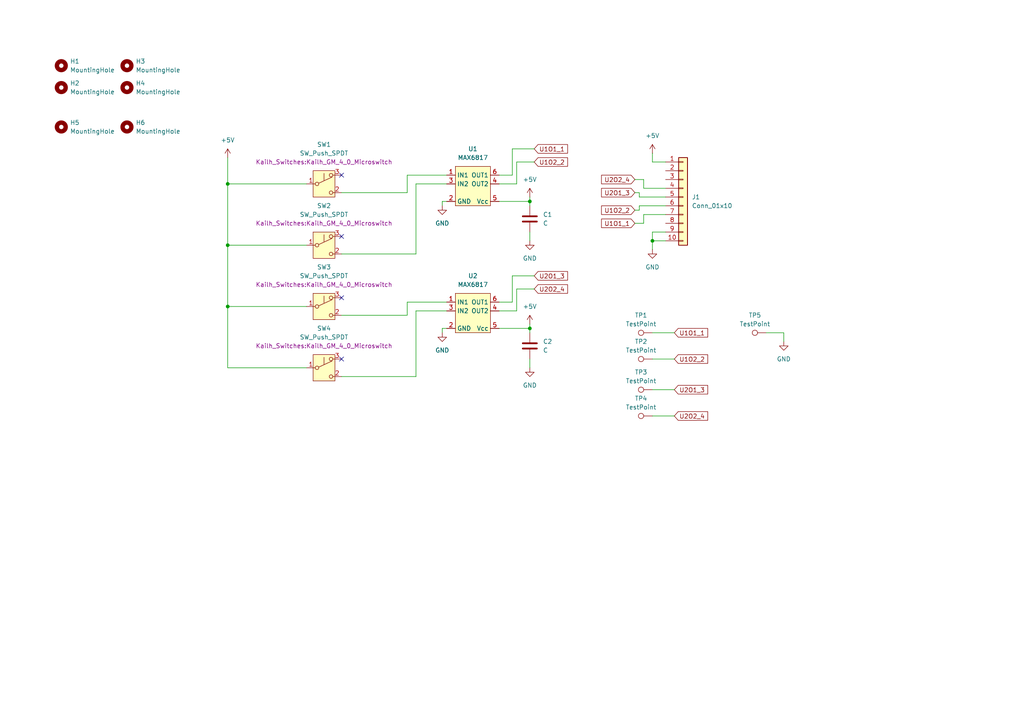
<source format=kicad_sch>
(kicad_sch (version 20231120) (generator "eeschema") (generator_version "8.0")
  (paper "A4")
  (lib_symbols
    (symbol "Connector:TestPoint" (pin_numbers hide) (pin_names (offset 0.762) hide)
      (property "Reference" "TP" (at 0 6.858 0))
      (property "Value" "TestPoint" (at 0 5.08 0))
      (symbol "TestPoint_0_1"
        (circle (center 0 3.302) (radius 0.762))
      )
      (symbol "TestPoint_1_1"
        (pin passive line (at 0 0 90) (length 2.54) (name "1") (number "1"))
      )
    )
    (symbol "Connector_Generic:Conn_01x10" (pin_names (offset 1.016) hide)
      (property "Reference" "J" (at 0 12.7 0))
      (property "Value" "Conn_01x10" (at 0 -15.24 0))
      (symbol "Conn_01x10_1_1"
        (rectangle (start -1.27 -12.573) (end 0 -12.827) (stroke (width 0.1524)))
        (rectangle (start -1.27 -10.033) (end 0 -10.287) (stroke (width 0.1524)))
        (rectangle (start -1.27 -7.493) (end 0 -7.747) (stroke (width 0.1524)))
        (rectangle (start -1.27 -4.953) (end 0 -5.207) (stroke (width 0.1524)))
        (rectangle (start -1.27 -2.413) (end 0 -2.667) (stroke (width 0.1524)))
        (rectangle (start -1.27 0.127) (end 0 -0.127) (stroke (width 0.1524)))
        (rectangle (start -1.27 2.667) (end 0 2.413) (stroke (width 0.1524)))
        (rectangle (start -1.27 5.207) (end 0 4.953) (stroke (width 0.1524)))
        (rectangle (start -1.27 7.747) (end 0 7.493) (stroke (width 0.1524)))
        (rectangle (start -1.27 10.287) (end 0 10.033) (stroke (width 0.1524)))
        (rectangle (start -1.27 11.43) (end 1.27 -13.97) (stroke (width 0.254)) (fill (type background)))
        (pin passive line (at -5.08 10.16 0) (length 3.81) (name "Pin_1") (number "1"))
        (pin passive line (at -5.08 -12.7 0) (length 3.81) (name "Pin_10") (number "10"))
        (pin passive line (at -5.08 7.62 0) (length 3.81) (name "Pin_2") (number "2"))
        (pin passive line (at -5.08 5.08 0) (length 3.81) (name "Pin_3") (number "3"))
        (pin passive line (at -5.08 2.54 0) (length 3.81) (name "Pin_4") (number "4"))
        (pin passive line (at -5.08 0 0) (length 3.81) (name "Pin_5") (number "5"))
        (pin passive line (at -5.08 -2.54 0) (length 3.81) (name "Pin_6") (number "6"))
        (pin passive line (at -5.08 -5.08 0) (length 3.81) (name "Pin_7") (number "7"))
        (pin passive line (at -5.08 -7.62 0) (length 3.81) (name "Pin_8") (number "8"))
        (pin passive line (at -5.08 -10.16 0) (length 3.81) (name "Pin_9") (number "9"))
      )
    )
    (symbol "Device:C" (pin_numbers hide) (pin_names (offset 0.254))
      (property "Reference" "C" (at 0.635 2.54 0))
      (property "Value" "C" (at 0.635 -2.54 0))
      (symbol "C_0_1"
        (polyline (pts (xy -2.032 -0.762) (xy 2.032 -0.762)) (stroke (width 0.508)))
        (polyline (pts (xy -2.032 0.762) (xy 2.032 0.762)) (stroke (width 0.508)))
      )
      (symbol "C_1_1"
        (pin passive line (at 0 3.81 270) (length 2.794) (name "~") (number "1"))
        (pin passive line (at 0 -3.81 90) (length 2.794) (name "~") (number "2"))
      )
    )
    (symbol "Kailh_GM_4_0_Micro_SW_2" (pin_names (offset 0) hide)
      (property "Reference" "SW" (at 0 5.08 0))
      (property "Value" "SW_Push_SPDT" (at 0 -5.08 0))
      (property "Footprint" "Kailh_Switches:Kailh_GM_4_0_Microswitch" (at 0 0 0))
      (symbol "Kailh_GM_4_0_Micro_SW_2_0_0"
        (circle (center -2.032 0) (radius 0.508))
        (polyline (pts (xy 0 1.016) (xy 0 3.048)))
        (circle (center 2.032 -2.54) (radius 0.508))
      )
      (symbol "Kailh_GM_4_0_Micro_SW_2_0_1"
        (polyline (pts (xy -1.524 0.2032) (xy 2.3368 1.9812)))
        (circle (center 2.032 2.54) (radius 0.508))
      )
      (symbol "Kailh_GM_4_0_Micro_SW_2_1_1"
        (rectangle (start -3.175 3.81) (end 3.175 -3.81) (fill (type background)))
        (pin passive line (at -5.08 0 0) (length 2.54) (name "A") (number "1"))
        (pin passive line (at 5.08 -2.54 180) (length 2.54) (name "B") (number "2"))
        (pin passive line (at 5.08 2.54 180) (length 2.54) (name "C") (number "3"))
      )
    )
    (symbol "Mechanical:MountingHole" (pin_names (offset 1.016)) (exclude_from_sim yes) (in_bom no)
      (property "Reference" "H" (at 0 5.08 0))
      (property "Value" "MountingHole" (at 0 3.175 0))
      (symbol "MountingHole_0_1"
        (circle (center 0 0) (radius 1.27) (stroke (width 1.27)))
      )
    )
    (symbol "My_Library:MAX6817"
      (property "Reference" "U" (at 0 7.366 0))
      (property "Value" "MAX6817" (at 0 -6.35 0))
      (symbol "MAX6817_1_1"
        (rectangle (start -5.08 6.35) (end 5.08 -5.08) (fill (type background)))
        (pin input line (at -7.62 3.81 0) (length 2.54) (name "IN1") (number "1"))
        (pin power_in line (at -7.62 -3.81 0) (length 2.54) (name "GND") (number "2"))
        (pin input line (at -7.62 1.27 0) (length 2.54) (name "IN2") (number "3"))
        (pin output line (at 7.62 1.27 180) (length 2.54) (name "OUT2") (number "4"))
        (pin power_in line (at 7.62 -3.81 180) (length 2.54) (name "Vcc") (number "5"))
        (pin output line (at 7.62 3.81 180) (length 2.54) (name "OUT1") (number "6"))
      )
    )
    (symbol "power:+5V" (power) (pin_numbers hide) (pin_names (offset 0) hide)
      (property "Value" "+5V" (at 0 3.556 0))
      (symbol "+5V_0_1"
        (polyline (pts (xy -0.762 1.27) (xy 0 2.54)))
        (polyline (pts (xy 0 0) (xy 0 2.54)))
        (polyline (pts (xy 0 2.54) (xy 0.762 1.27)))
      )
      (symbol "+5V_1_1"
        (pin power_in line (at 0 0 90) (length 0) (name "~") (number "1"))
      )
    )
    (symbol "power:GND" (power) (pin_numbers hide) (pin_names (offset 0) hide)
      (property "Value" "GND" (at 0 -3.81 0))
      (symbol "GND_0_1"
        (polyline (pts (xy 0 0) (xy 0 -1.27) (xy 1.27 -1.27) (xy 0 -2.54) (xy -1.27 -1.27) (xy 0 -1.27)))
      )
      (symbol "GND_1_1"
        (pin power_in line (at 0 0 270) (length 0) (name "~") (number "1"))
      )
    )
  )
  (junction (at 66.04 53.34))
  (junction (at 153.67 58.42))
  (junction (at 189.23 69.85))
  (junction (at 153.67 95.25))
  (junction (at 66.04 88.9))
  (junction (at 66.04 71.12))
  (no_connect (at 99.06 68.58))
  (no_connect (at 99.06 50.8))
  (no_connect (at 99.06 104.14))
  (no_connect (at 99.06 86.36))
  (wire (pts (xy 193.04 46.99) (xy 189.23 46.99)))
  (wire (pts (xy 88.9 53.34) (xy 66.04 53.34)))
  (wire (pts (xy 149.86 83.82) (xy 154.94 83.82)))
  (wire (pts (xy 186.69 54.61) (xy 193.04 54.61)))
  (wire (pts (xy 193.04 67.31) (xy 189.23 67.31)))
  (wire (pts (xy 149.86 90.17) (xy 149.86 83.82)))
  (wire (pts (xy 66.04 53.34) (xy 66.04 71.12)))
  (wire (pts (xy 149.86 53.34) (xy 149.86 46.99)))
  (wire (pts (xy 185.42 59.69) (xy 185.42 60.96)))
  (wire (pts (xy 120.65 53.34) (xy 129.54 53.34)))
  (wire (pts (xy 128.27 95.25) (xy 129.54 95.25)))
  (wire (pts (xy 185.42 57.15) (xy 185.42 55.88)))
  (wire (pts (xy 99.06 91.44) (xy 118.11 91.44)))
  (wire (pts (xy 120.65 73.66) (xy 120.65 53.34)))
  (wire (pts (xy 186.69 54.61) (xy 186.69 52.07)))
  (wire (pts (xy 153.67 93.98) (xy 153.67 95.25)))
  (wire (pts (xy 153.67 95.25) (xy 153.67 96.52)))
  (wire (pts (xy 153.67 67.31) (xy 153.67 69.85)))
  (wire (pts (xy 189.23 96.52) (xy 195.58 96.52)))
  (wire (pts (xy 128.27 59.69) (xy 128.27 58.42)))
  (wire (pts (xy 153.67 104.14) (xy 153.67 106.68)))
  (wire (pts (xy 99.06 73.66) (xy 120.65 73.66)))
  (wire (pts (xy 149.86 46.99) (xy 154.94 46.99)))
  (wire (pts (xy 186.69 62.23) (xy 193.04 62.23)))
  (wire (pts (xy 186.69 62.23) (xy 186.69 64.77)))
  (wire (pts (xy 189.23 67.31) (xy 189.23 69.85)))
  (wire (pts (xy 66.04 106.68) (xy 66.04 88.9)))
  (wire (pts (xy 120.65 109.22) (xy 120.65 90.17)))
  (wire (pts (xy 184.15 52.07) (xy 186.69 52.07)))
  (wire (pts (xy 99.06 109.22) (xy 120.65 109.22)))
  (wire (pts (xy 118.11 50.8) (xy 129.54 50.8)))
  (wire (pts (xy 189.23 113.03) (xy 195.58 113.03)))
  (wire (pts (xy 99.06 55.88) (xy 118.11 55.88)))
  (wire (pts (xy 184.15 55.88) (xy 185.42 55.88)))
  (wire (pts (xy 118.11 91.44) (xy 118.11 87.63)))
  (wire (pts (xy 118.11 87.63) (xy 129.54 87.63)))
  (wire (pts (xy 189.23 69.85) (xy 193.04 69.85)))
  (wire (pts (xy 128.27 58.42) (xy 129.54 58.42)))
  (wire (pts (xy 128.27 96.52) (xy 128.27 95.25)))
  (wire (pts (xy 185.42 59.69) (xy 193.04 59.69)))
  (wire (pts (xy 144.78 90.17) (xy 149.86 90.17)))
  (wire (pts (xy 144.78 53.34) (xy 149.86 53.34)))
  (wire (pts (xy 184.15 60.96) (xy 185.42 60.96)))
  (wire (pts (xy 189.23 46.99) (xy 189.23 44.45)))
  (wire (pts (xy 66.04 88.9) (xy 66.04 71.12)))
  (wire (pts (xy 148.59 87.63) (xy 148.59 80.01)))
  (wire (pts (xy 222.25 96.52) (xy 227.33 96.52)))
  (wire (pts (xy 189.23 120.65) (xy 195.58 120.65)))
  (wire (pts (xy 148.59 80.01) (xy 154.94 80.01)))
  (wire (pts (xy 148.59 50.8) (xy 148.59 43.18)))
  (wire (pts (xy 144.78 50.8) (xy 148.59 50.8)))
  (wire (pts (xy 186.69 64.77) (xy 184.15 64.77)))
  (wire (pts (xy 144.78 95.25) (xy 153.67 95.25)))
  (wire (pts (xy 227.33 96.52) (xy 227.33 99.06)))
  (wire (pts (xy 189.23 104.14) (xy 195.58 104.14)))
  (wire (pts (xy 120.65 90.17) (xy 129.54 90.17)))
  (wire (pts (xy 189.23 69.85) (xy 189.23 72.39)))
  (wire (pts (xy 144.78 87.63) (xy 148.59 87.63)))
  (wire (pts (xy 88.9 71.12) (xy 66.04 71.12)))
  (wire (pts (xy 185.42 57.15) (xy 193.04 57.15)))
  (wire (pts (xy 118.11 55.88) (xy 118.11 50.8)))
  (wire (pts (xy 153.67 58.42) (xy 153.67 59.69)))
  (wire (pts (xy 144.78 58.42) (xy 153.67 58.42)))
  (wire (pts (xy 148.59 43.18) (xy 154.94 43.18)))
  (wire (pts (xy 88.9 106.68) (xy 66.04 106.68)))
  (wire (pts (xy 66.04 45.72) (xy 66.04 53.34)))
  (wire (pts (xy 88.9 88.9) (xy 66.04 88.9)))
  (wire (pts (xy 153.67 57.15) (xy 153.67 58.42)))
  (global_label "U2O2_4" (shape input) (at 154.94 83.82 0) (property "Intersheetrefs" "${INTERSHEET_REFS}" (effects (hide yes))))
  (global_label "U2O1_3" (shape input) (at 154.94 80.01 0) (property "Intersheetrefs" "${INTERSHEET_REFS}" (effects (hide yes))))
  (global_label "U2O2_4" (shape input) (at 195.58 120.65 0) (property "Intersheetrefs" "${INTERSHEET_REFS}" (effects (hide yes))))
  (global_label "U2O1_3" (shape input) (at 195.58 113.03 0) (property "Intersheetrefs" "${INTERSHEET_REFS}" (effects (hide yes))))
  (global_label "U1O1_1" (shape input) (at 154.94 43.18 0) (property "Intersheetrefs" "${INTERSHEET_REFS}" (effects (hide yes))))
  (global_label "U1O2_2" (shape input) (at 154.94 46.99 0) (property "Intersheetrefs" "${INTERSHEET_REFS}" (effects (hide yes))))
  (global_label "U2O2_4" (shape input) (at 184.15 52.07 180) (property "Intersheetrefs" "${INTERSHEET_REFS}" (effects (hide yes))))
  (global_label "U1O1_1" (shape input) (at 184.15 64.77 180) (property "Intersheetrefs" "${INTERSHEET_REFS}" (effects (hide yes))))
  (global_label "U1O1_1" (shape input) (at 195.58 96.52 0) (property "Intersheetrefs" "${INTERSHEET_REFS}" (effects (hide yes))))
  (global_label "U2O1_3" (shape input) (at 184.15 55.88 180) (property "Intersheetrefs" "${INTERSHEET_REFS}" (effects (hide yes))))
  (global_label "U1O2_2" (shape input) (at 195.58 104.14 0) (property "Intersheetrefs" "${INTERSHEET_REFS}" (effects (hide yes))))
  (global_label "U1O2_2" (shape input) (at 184.15 60.96 180) (property "Intersheetrefs" "${INTERSHEET_REFS}" (effects (hide yes))))
  (symbol (lib_id "Device:C") (at 153.67 63.5 0) (unit 1)
    (property "Reference" "C1" (at 157.48 62.2299 0) (effects (justify left)))
    (property "Value" "C" (at 157.48 64.7699 0) (effects (justify left)))
    (property "Footprint" "Capacitor_SMD:C_0805_2012Metric_Pad1.18x1.45mm_HandSolder" (effects (hide yes)))
    (property "Description" "Unpolarized capacitor" (effects (hide yes)))
  )
  (symbol (lib_name "Kailh_GM_4_0_Micro_SW_2") (lib_id "Kailh_switches:Kailh_GM_4_0_Micro_SW") (at 93.98 71.12 0) (unit 1)
    (property "Reference" "SW2" (at 93.98 59.69 0))
    (property "Value" "SW_Push_SPDT" (at 93.98 62.23 0))
    (property "Footprint" "Kailh_Switches:Kailh_GM_4_0_Microswitch" (at 93.98 64.77 0))
    (property "Description" "Momentary Switch, single pole double throw" (effects (hide yes)))
  )
  (symbol (lib_id "Mechanical:MountingHole") (at 36.83 25.4 0) (unit 1) (exclude_from_sim yes) (in_bom no)
    (property "Reference" "H4" (at 39.37 24.1299 0) (effects (justify left)))
    (property "Value" "MountingHole" (at 39.37 26.6699 0) (effects (justify left)))
    (property "Footprint" "MountingHole:MountingHole_3.2mm_M3_ISO7380" (effects (hide yes)))
    (property "Description" "Mounting Hole without connection" (effects (hide yes)))
  )
  (symbol (lib_id "power:GND") (at 128.27 96.52 0) (unit 1)
    (property "Reference" "#PWR07" (effects (hide yes)))
    (property "Value" "GND" (at 128.27 101.6 0))
    (property "Description" "Power symbol creates a global label with name \"GND\" , ground" (effects (hide yes)))
  )
  (symbol (lib_id "Mechanical:MountingHole") (at 36.83 36.83 0) (unit 1) (exclude_from_sim yes) (in_bom no)
    (property "Reference" "H6" (at 39.37 35.5599 0) (effects (justify left)))
    (property "Value" "MountingHole" (at 39.37 38.0999 0) (effects (justify left)))
    (property "Footprint" "My_Library:MountingHole_1.6mm" (effects (hide yes)))
    (property "Description" "Mounting Hole without connection" (effects (hide yes)))
  )
  (symbol (lib_id "Connector_Generic:Conn_01x10") (at 198.12 57.15 0) (unit 1)
    (property "Reference" "J1" (at 200.66 57.1499 0) (effects (justify left)))
    (property "Value" "Conn_01x10" (at 200.66 59.6899 0) (effects (justify left)))
    (property "Footprint" "Connector_FFC-FPC:TE_1-84952-0_1x10-1MP_P1.0mm_Horizontal" (effects (hide yes)))
    (property "Description" "Generic connector, single row, 01x10, script generated (kicad-library-utils/schlib/autogen/connector/)" (effects (hide yes)))
  )
  (symbol (lib_name "Kailh_GM_4_0_Micro_SW_2") (lib_id "Kailh_switches:Kailh_GM_4_0_Micro_SW") (at 93.98 88.9 0) (unit 1)
    (property "Reference" "SW3" (at 93.98 77.47 0))
    (property "Value" "SW_Push_SPDT" (at 93.98 80.01 0))
    (property "Footprint" "Kailh_Switches:Kailh_GM_4_0_Microswitch" (at 93.98 82.55 0))
    (property "Description" "Momentary Switch, single pole double throw" (effects (hide yes)))
  )
  (symbol (lib_id "power:GND") (at 153.67 69.85 0) (unit 1)
    (property "Reference" "#PWR09" (effects (hide yes)))
    (property "Value" "GND" (at 153.67 74.93 0))
    (property "Description" "Power symbol creates a global label with name \"GND\" , ground" (effects (hide yes)))
  )
  (symbol (lib_id "power:+5V") (at 153.67 93.98 0) (unit 1)
    (property "Reference" "#PWR01" (effects (hide yes)))
    (property "Value" "+5V" (at 153.67 88.9 0))
    (property "Description" "Power symbol creates a global label with name \"+5V\"" (effects (hide yes)))
  )
  (symbol (lib_id "My_Library:MAX6817") (at 137.16 91.44 0) (unit 1)
    (property "Reference" "U2" (at 137.16 80.01 0))
    (property "Value" "MAX6817" (at 137.16 82.55 0))
    (property "Footprint" "Package_TO_SOT_SMD:SOT-23-6" (effects (hide yes)))
    (property "Datasheet" "https://www.analog.com/media/en/technical-documentation/data-sheets/max6816-max6818.pdf" (effects (hide yes)))
    (property "Description" "Analog Devices Dual Channel Switch Debouncer" (effects (hide yes)))
  )
  (symbol (lib_id "Connector:TestPoint") (at 189.23 104.14 90) (unit 1)
    (property "Reference" "TP2" (at 185.928 99.06 90))
    (property "Value" "TestPoint" (at 185.928 101.6 90))
    (property "Footprint" "TestPoint:TestPoint_Pad_2.0x2.0mm" (effects (hide yes)))
    (property "Description" "test point" (effects (hide yes)))
  )
  (symbol (lib_id "My_Library:MAX6817") (at 137.16 54.61 0) (unit 1)
    (property "Reference" "U1" (at 137.16 43.18 0))
    (property "Value" "MAX6817" (at 137.16 45.72 0))
    (property "Footprint" "Package_TO_SOT_SMD:SOT-23-6" (effects (hide yes)))
    (property "Datasheet" "https://www.analog.com/media/en/technical-documentation/data-sheets/max6816-max6818.pdf" (effects (hide yes)))
    (property "Description" "Analog Devices Dual Channel Switch Debouncer" (effects (hide yes)))
  )
  (symbol (lib_id "power:+5V") (at 66.04 45.72 0) (unit 1)
    (property "Reference" "#PWR03" (effects (hide yes)))
    (property "Value" "+5V" (at 66.04 40.64 0))
    (property "Description" "Power symbol creates a global label with name \"+5V\"" (effects (hide yes)))
  )
  (symbol (lib_id "power:+5V") (at 189.23 44.45 0) (unit 1)
    (property "Reference" "#PWR04" (effects (hide yes)))
    (property "Value" "+5V" (at 189.23 39.37 0))
    (property "Description" "Power symbol creates a global label with name \"+5V\"" (effects (hide yes)))
  )
  (symbol (lib_id "Connector:TestPoint") (at 189.23 96.52 90) (unit 1)
    (property "Reference" "TP1" (at 185.928 91.44 90))
    (property "Value" "TestPoint" (at 185.928 93.98 90))
    (property "Footprint" "TestPoint:TestPoint_Pad_2.0x2.0mm" (effects (hide yes)))
    (property "Description" "test point" (effects (hide yes)))
  )
  (symbol (lib_id "Mechanical:MountingHole") (at 17.78 36.83 0) (unit 1) (exclude_from_sim yes) (in_bom no)
    (property "Reference" "H5" (at 20.32 35.5599 0) (effects (justify left)))
    (property "Value" "MountingHole" (at 20.32 38.0999 0) (effects (justify left)))
    (property "Footprint" "My_Library:MountingHole_1.6mm" (effects (hide yes)))
    (property "Description" "Mounting Hole without connection" (effects (hide yes)))
  )
  (symbol (lib_name "Kailh_GM_4_0_Micro_SW_2") (lib_id "Kailh_switches:Kailh_GM_4_0_Micro_SW") (at 93.98 106.68 0) (unit 1)
    (property "Reference" "SW4" (at 93.98 95.25 0))
    (property "Value" "SW_Push_SPDT" (at 93.98 97.79 0))
    (property "Footprint" "Kailh_Switches:Kailh_GM_4_0_Microswitch" (at 93.98 100.33 0))
    (property "Description" "Momentary Switch, single pole double throw" (effects (hide yes)))
  )
  (symbol (lib_id "Device:C") (at 153.67 100.33 0) (unit 1)
    (property "Reference" "C2" (at 157.48 99.0599 0) (effects (justify left)))
    (property "Value" "C" (at 157.48 101.5999 0) (effects (justify left)))
    (property "Footprint" "Capacitor_SMD:C_0805_2012Metric_Pad1.18x1.45mm_HandSolder" (effects (hide yes)))
    (property "Description" "Unpolarized capacitor" (effects (hide yes)))
  )
  (symbol (lib_id "Connector:TestPoint") (at 222.25 96.52 90) (unit 1)
    (property "Reference" "TP5" (at 218.948 91.44 90))
    (property "Value" "TestPoint" (at 218.948 93.98 90))
    (property "Footprint" "TestPoint:TestPoint_Loop_D2.60mm_Drill1.6mm_Beaded" (effects (hide yes)))
    (property "Description" "test point" (effects (hide yes)))
  )
  (symbol (lib_id "Connector:TestPoint") (at 189.23 113.03 90) (unit 1)
    (property "Reference" "TP3" (at 185.928 107.95 90))
    (property "Value" "TestPoint" (at 185.928 110.49 90))
    (property "Footprint" "TestPoint:TestPoint_Pad_2.0x2.0mm" (effects (hide yes)))
    (property "Description" "test point" (effects (hide yes)))
  )
  (symbol (lib_id "Mechanical:MountingHole") (at 36.83 19.05 0) (unit 1) (exclude_from_sim yes) (in_bom no)
    (property "Reference" "H3" (at 39.37 17.7799 0) (effects (justify left)))
    (property "Value" "MountingHole" (at 39.37 20.3199 0) (effects (justify left)))
    (property "Footprint" "MountingHole:MountingHole_3.2mm_M3_ISO7380" (effects (hide yes)))
    (property "Description" "Mounting Hole without connection" (effects (hide yes)))
  )
  (symbol (lib_id "Mechanical:MountingHole") (at 17.78 25.4 0) (unit 1) (exclude_from_sim yes) (in_bom no)
    (property "Reference" "H2" (at 20.32 24.1299 0) (effects (justify left)))
    (property "Value" "MountingHole" (at 20.32 26.6699 0) (effects (justify left)))
    (property "Footprint" "MountingHole:MountingHole_3.2mm_M3_ISO7380" (effects (hide yes)))
    (property "Description" "Mounting Hole without connection" (effects (hide yes)))
  )
  (symbol (lib_name "Kailh_GM_4_0_Micro_SW_2") (lib_id "Kailh_switches:Kailh_GM_4_0_Micro_SW") (at 93.98 53.34 0) (unit 1)
    (property "Reference" "SW1" (at 93.98 41.91 0))
    (property "Value" "SW_Push_SPDT" (at 93.98 44.45 0))
    (property "Footprint" "Kailh_Switches:Kailh_GM_4_0_Microswitch" (at 93.98 46.99 0))
    (property "Description" "Momentary Switch, single pole double throw" (effects (hide yes)))
  )
  (symbol (lib_id "power:+5V") (at 153.67 57.15 0) (unit 1)
    (property "Reference" "#PWR02" (effects (hide yes)))
    (property "Value" "+5V" (at 153.67 52.07 0))
    (property "Description" "Power symbol creates a global label with name \"+5V\"" (effects (hide yes)))
  )
  (symbol (lib_id "power:GND") (at 189.23 72.39 0) (unit 1)
    (property "Reference" "#PWR05" (effects (hide yes)))
    (property "Value" "GND" (at 189.23 77.47 0))
    (property "Description" "Power symbol creates a global label with name \"GND\" , ground" (effects (hide yes)))
  )
  (symbol (lib_id "Mechanical:MountingHole") (at 17.78 19.05 0) (unit 1) (exclude_from_sim yes) (in_bom no)
    (property "Reference" "H1" (at 20.32 17.7799 0) (effects (justify left)))
    (property "Value" "MountingHole" (at 20.32 20.3199 0) (effects (justify left)))
    (property "Footprint" "MountingHole:MountingHole_3.2mm_M3_ISO7380" (effects (hide yes)))
    (property "Description" "Mounting Hole without connection" (effects (hide yes)))
  )
  (symbol (lib_id "power:GND") (at 153.67 106.68 0) (unit 1)
    (property "Reference" "#PWR010" (effects (hide yes)))
    (property "Value" "GND" (at 153.67 111.76 0))
    (property "Description" "Power symbol creates a global label with name \"GND\" , ground" (effects (hide yes)))
  )
  (symbol (lib_id "power:GND") (at 128.27 59.69 0) (unit 1)
    (property "Reference" "#PWR08" (effects (hide yes)))
    (property "Value" "GND" (at 128.27 64.77 0))
    (property "Description" "Power symbol creates a global label with name \"GND\" , ground" (effects (hide yes)))
  )
  (symbol (lib_id "power:GND") (at 227.33 99.06 0) (unit 1)
    (property "Reference" "#PWR011" (effects (hide yes)))
    (property "Value" "GND" (at 227.33 104.14 0))
    (property "Description" "Power symbol creates a global label with name \"GND\" , ground" (effects (hide yes)))
  )
  (symbol (lib_id "Connector:TestPoint") (at 189.23 120.65 90) (unit 1)
    (property "Reference" "TP4" (at 185.928 115.57 90))
    (property "Value" "TestPoint" (at 185.928 118.11 90))
    (property "Footprint" "TestPoint:TestPoint_Pad_2.0x2.0mm" (effects (hide yes)))
    (property "Description" "test point" (effects (hide yes)))
  )
)
</source>
